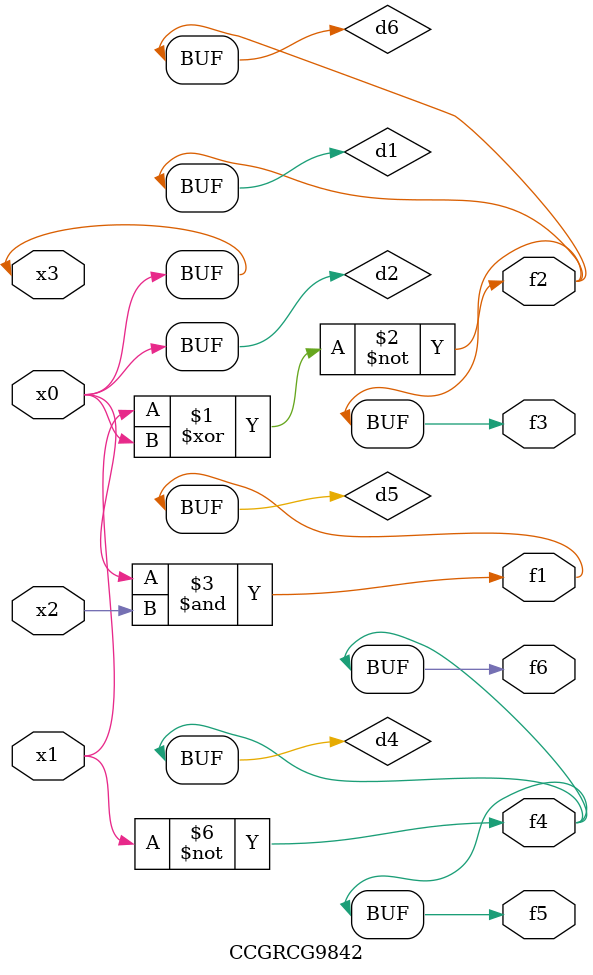
<source format=v>
module CCGRCG9842(
	input x0, x1, x2, x3,
	output f1, f2, f3, f4, f5, f6
);

	wire d1, d2, d3, d4, d5, d6;

	xnor (d1, x1, x3);
	buf (d2, x0, x3);
	nand (d3, x0, x2);
	not (d4, x1);
	nand (d5, d3);
	or (d6, d1);
	assign f1 = d5;
	assign f2 = d6;
	assign f3 = d6;
	assign f4 = d4;
	assign f5 = d4;
	assign f6 = d4;
endmodule

</source>
